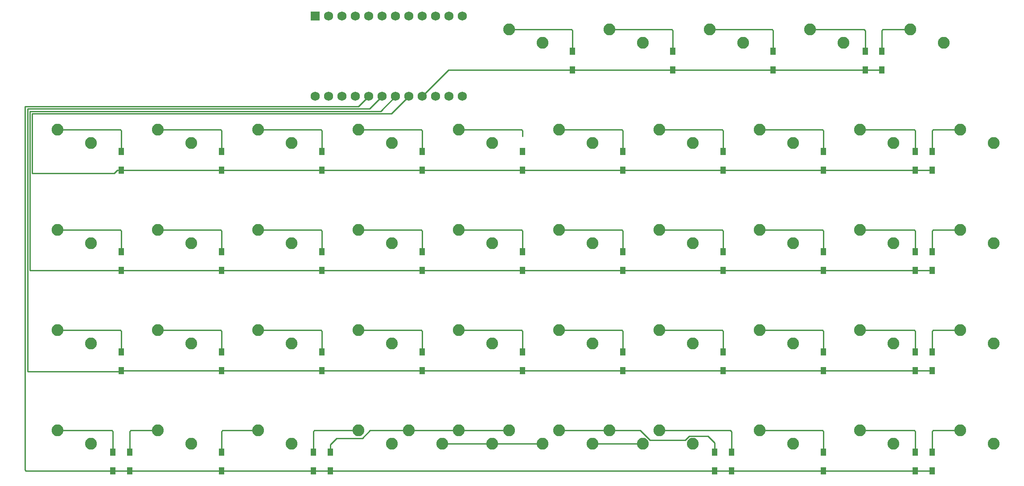
<source format=gtl>
G04 #@! TF.GenerationSoftware,KiCad,Pcbnew,(5.1.4)-1*
G04 #@! TF.CreationDate,2021-08-31T10:11:04-10:00*
G04 #@! TF.ProjectId,oya45,6f796134-352e-46b6-9963-61645f706362,rev?*
G04 #@! TF.SameCoordinates,Original*
G04 #@! TF.FileFunction,Copper,L1,Top*
G04 #@! TF.FilePolarity,Positive*
%FSLAX46Y46*%
G04 Gerber Fmt 4.6, Leading zero omitted, Abs format (unit mm)*
G04 Created by KiCad (PCBNEW (5.1.4)-1) date 2021-08-31 10:11:04*
%MOMM*%
%LPD*%
G04 APERTURE LIST*
%ADD10R,1.000000X1.400000*%
%ADD11C,2.250000*%
%ADD12R,1.752600X1.752600*%
%ADD13C,1.752600*%
%ADD14C,0.254000*%
G04 APERTURE END LIST*
D10*
X211137500Y-37118750D03*
X211137500Y-40668750D03*
X207962500Y-37118750D03*
X207962500Y-40668750D03*
X190500000Y-37118750D03*
X190500000Y-40668750D03*
X171450000Y-37118750D03*
X171450000Y-40668750D03*
X152400000Y-37118750D03*
X152400000Y-40668750D03*
X220662500Y-113318750D03*
X220662500Y-116868750D03*
X217487500Y-113318750D03*
X217487500Y-116868750D03*
X200025000Y-113318750D03*
X200025000Y-116868750D03*
X182562500Y-113318750D03*
X182562500Y-116868750D03*
X179387500Y-113318750D03*
X179387500Y-116868750D03*
X106362500Y-113318750D03*
X106362500Y-116868750D03*
X103187500Y-113318750D03*
X103187500Y-116868750D03*
X85725000Y-113318750D03*
X85725000Y-116868750D03*
X68262500Y-113318750D03*
X68262500Y-116868750D03*
X65087500Y-113318750D03*
X65087500Y-116868750D03*
X220662500Y-94268750D03*
X220662500Y-97818750D03*
X217487500Y-94268750D03*
X217487500Y-97818750D03*
X200025000Y-94268750D03*
X200025000Y-97818750D03*
X180975000Y-94268750D03*
X180975000Y-97818750D03*
X161925000Y-94268750D03*
X161925000Y-97818750D03*
X142875000Y-94268750D03*
X142875000Y-97818750D03*
X123825000Y-94268750D03*
X123825000Y-97818750D03*
X104775000Y-94268750D03*
X104775000Y-97818750D03*
X85725000Y-94268750D03*
X85725000Y-97818750D03*
X66675000Y-94268750D03*
X66675000Y-97818750D03*
X220662500Y-75218750D03*
X220662500Y-78768750D03*
X217487500Y-75218750D03*
X217487500Y-78768750D03*
X200025000Y-75218750D03*
X200025000Y-78768750D03*
X180975000Y-75218750D03*
X180975000Y-78768750D03*
X161925000Y-75218750D03*
X161925000Y-78768750D03*
X142875000Y-75218750D03*
X142875000Y-78768750D03*
X123825000Y-75218750D03*
X123825000Y-78768750D03*
X104775000Y-75218750D03*
X104775000Y-78768750D03*
X85725000Y-75218750D03*
X85725000Y-78768750D03*
X66675000Y-75218750D03*
X66675000Y-78768750D03*
X220662500Y-56168750D03*
X220662500Y-59718750D03*
X217487500Y-56168750D03*
X217487500Y-59718750D03*
X200025000Y-56168750D03*
X200025000Y-59718750D03*
X180975000Y-56168750D03*
X180975000Y-59718750D03*
X161925000Y-56168750D03*
X161925000Y-59718750D03*
X142875000Y-56168750D03*
X142875000Y-59718750D03*
X123825000Y-56168750D03*
X123825000Y-59718750D03*
X104775000Y-56168750D03*
X104775000Y-59718750D03*
X85725000Y-56168750D03*
X85725000Y-59718750D03*
X66675000Y-56168750D03*
X66675000Y-59718750D03*
D11*
X203835000Y-35560000D03*
X197485000Y-33020000D03*
X222885000Y-35560000D03*
X216535000Y-33020000D03*
D12*
X103505000Y-30480000D03*
D13*
X106045000Y-30480000D03*
X108585000Y-30480000D03*
X111125000Y-30480000D03*
X113665000Y-30480000D03*
X116205000Y-30480000D03*
X118745000Y-30480000D03*
X121285000Y-30480000D03*
X123825000Y-30480000D03*
X126365000Y-30480000D03*
X128905000Y-30480000D03*
X131445000Y-45720000D03*
X128905000Y-45720000D03*
X126365000Y-45720000D03*
X123825000Y-45720000D03*
X121285000Y-45720000D03*
X118745000Y-45720000D03*
X116205000Y-45720000D03*
X113665000Y-45720000D03*
X111125000Y-45720000D03*
X108585000Y-45720000D03*
X106045000Y-45720000D03*
X131445000Y-30480000D03*
X103505000Y-45720000D03*
D11*
X165735000Y-111760000D03*
X159385000Y-109220000D03*
X127635000Y-111760000D03*
X121285000Y-109220000D03*
X140335000Y-109220000D03*
X146685000Y-111760000D03*
X184785000Y-35560000D03*
X178435000Y-33020000D03*
X165735000Y-35560000D03*
X159385000Y-33020000D03*
X146685000Y-35560000D03*
X140335000Y-33020000D03*
X232410000Y-111760000D03*
X226060000Y-109220000D03*
X213360000Y-111760000D03*
X207010000Y-109220000D03*
X194310000Y-111760000D03*
X187960000Y-109220000D03*
X175260000Y-111760000D03*
X168910000Y-109220000D03*
X156210000Y-111760000D03*
X149860000Y-109220000D03*
X137160000Y-111760000D03*
X130810000Y-109220000D03*
X118110000Y-111760000D03*
X111760000Y-109220000D03*
X99060000Y-111760000D03*
X92710000Y-109220000D03*
X80010000Y-111760000D03*
X73660000Y-109220000D03*
X60960000Y-111760000D03*
X54610000Y-109220000D03*
X232410000Y-92710000D03*
X226060000Y-90170000D03*
X213360000Y-92710000D03*
X207010000Y-90170000D03*
X194310000Y-92710000D03*
X187960000Y-90170000D03*
X175260000Y-92710000D03*
X168910000Y-90170000D03*
X156210000Y-92710000D03*
X149860000Y-90170000D03*
X137160000Y-92710000D03*
X130810000Y-90170000D03*
X118110000Y-92710000D03*
X111760000Y-90170000D03*
X99060000Y-92710000D03*
X92710000Y-90170000D03*
X80010000Y-92710000D03*
X73660000Y-90170000D03*
X60960000Y-92710000D03*
X54610000Y-90170000D03*
X232410000Y-73660000D03*
X226060000Y-71120000D03*
X213360000Y-73660000D03*
X207010000Y-71120000D03*
X194310000Y-73660000D03*
X187960000Y-71120000D03*
X175260000Y-73660000D03*
X168910000Y-71120000D03*
X156210000Y-73660000D03*
X149860000Y-71120000D03*
X137160000Y-73660000D03*
X130810000Y-71120000D03*
X118110000Y-73660000D03*
X111760000Y-71120000D03*
X99060000Y-73660000D03*
X92710000Y-71120000D03*
X80010000Y-73660000D03*
X73660000Y-71120000D03*
X60960000Y-73660000D03*
X54610000Y-71120000D03*
X232410000Y-54610000D03*
X226060000Y-52070000D03*
X213360000Y-54610000D03*
X207010000Y-52070000D03*
X194310000Y-54610000D03*
X187960000Y-52070000D03*
X175260000Y-54610000D03*
X168910000Y-52070000D03*
X156210000Y-54610000D03*
X149860000Y-52070000D03*
X137160000Y-54610000D03*
X130810000Y-52070000D03*
X118110000Y-54610000D03*
X111760000Y-52070000D03*
X99060000Y-54610000D03*
X92710000Y-52070000D03*
X80010000Y-54610000D03*
X73660000Y-52070000D03*
X60960000Y-54610000D03*
X54610000Y-52070000D03*
D14*
X67429000Y-59718750D02*
X220662500Y-59718750D01*
X66675000Y-59718750D02*
X67429000Y-59718750D01*
X65921000Y-59718750D02*
X65314750Y-60325000D01*
X66675000Y-59718750D02*
X65921000Y-59718750D01*
X65314750Y-60325000D02*
X49780780Y-60325000D01*
X49780780Y-60325000D02*
X49780780Y-48987030D01*
X118017970Y-48987030D02*
X121285000Y-45720000D01*
X49780780Y-48987030D02*
X118017970Y-48987030D01*
X66675000Y-52260500D02*
X66675000Y-53340000D01*
X66484500Y-52070000D02*
X66675000Y-52260500D01*
X54610000Y-52070000D02*
X66484500Y-52070000D01*
X66675000Y-53340000D02*
X66675000Y-56168750D01*
X85725000Y-52260500D02*
X85725000Y-53340000D01*
X85534500Y-52070000D02*
X85725000Y-52260500D01*
X73660000Y-52070000D02*
X85534500Y-52070000D01*
X85725000Y-53340000D02*
X85725000Y-56168750D01*
X104775000Y-52260500D02*
X104775000Y-53340000D01*
X104584500Y-52070000D02*
X104775000Y-52260500D01*
X92710000Y-52070000D02*
X104584500Y-52070000D01*
X104775000Y-53340000D02*
X104775000Y-56168750D01*
X123825000Y-52260500D02*
X123825000Y-53340000D01*
X123634500Y-52070000D02*
X123825000Y-52260500D01*
X111760000Y-52070000D02*
X123634500Y-52070000D01*
X123825000Y-53340000D02*
X123825000Y-56168750D01*
X142875000Y-52260500D02*
X142875000Y-53340000D01*
X142684500Y-52070000D02*
X142875000Y-52260500D01*
X130810000Y-52070000D02*
X142684500Y-52070000D01*
X161925000Y-52260500D02*
X161925000Y-53340000D01*
X161734500Y-52070000D02*
X161925000Y-52260500D01*
X149860000Y-52070000D02*
X161734500Y-52070000D01*
X161925000Y-53340000D02*
X161925000Y-56168750D01*
X180975000Y-52260500D02*
X180975000Y-53340000D01*
X180784500Y-52070000D02*
X180975000Y-52260500D01*
X168910000Y-52070000D02*
X180784500Y-52070000D01*
X180975000Y-53340000D02*
X180975000Y-56168750D01*
X200025000Y-52260500D02*
X200025000Y-53340000D01*
X199834500Y-52070000D02*
X200025000Y-52260500D01*
X187960000Y-52070000D02*
X199834500Y-52070000D01*
X200025000Y-53340000D02*
X200025000Y-56168750D01*
X217297000Y-52070000D02*
X217487500Y-52260500D01*
X207010000Y-52070000D02*
X217297000Y-52070000D01*
X217487500Y-53181250D02*
X217487500Y-56168750D01*
X217487500Y-53181250D02*
X217487500Y-53340000D01*
X217487500Y-52260500D02*
X217487500Y-53181250D01*
X220853000Y-52070000D02*
X220662500Y-52260500D01*
X226060000Y-52070000D02*
X220853000Y-52070000D01*
X220662500Y-53181250D02*
X220662500Y-56168750D01*
X220662500Y-53181250D02*
X220662500Y-53340000D01*
X220662500Y-52260500D02*
X220662500Y-53181250D01*
X66675000Y-78768750D02*
X220662500Y-78768750D01*
X49326770Y-78768750D02*
X49326770Y-48533020D01*
X66675000Y-78768750D02*
X49326770Y-78768750D01*
X115931980Y-48533020D02*
X118745000Y-45720000D01*
X49326770Y-48533020D02*
X115931980Y-48533020D01*
X66675000Y-71310500D02*
X66675000Y-72390000D01*
X66484500Y-71120000D02*
X66675000Y-71310500D01*
X54610000Y-71120000D02*
X66484500Y-71120000D01*
X66675000Y-72390000D02*
X66675000Y-75218750D01*
X85725000Y-71310500D02*
X85725000Y-72390000D01*
X85534500Y-71120000D02*
X85725000Y-71310500D01*
X73660000Y-71120000D02*
X85534500Y-71120000D01*
X85725000Y-72390000D02*
X85725000Y-75218750D01*
X104775000Y-71310500D02*
X104775000Y-72390000D01*
X104584500Y-71120000D02*
X104775000Y-71310500D01*
X92710000Y-71120000D02*
X104584500Y-71120000D01*
X104775000Y-72390000D02*
X104775000Y-75218750D01*
X123825000Y-71310500D02*
X123825000Y-72390000D01*
X123634500Y-71120000D02*
X123825000Y-71310500D01*
X111760000Y-71120000D02*
X123634500Y-71120000D01*
X123825000Y-72390000D02*
X123825000Y-75218750D01*
X142875000Y-71310500D02*
X142875000Y-72390000D01*
X142684500Y-71120000D02*
X142875000Y-71310500D01*
X130810000Y-71120000D02*
X142684500Y-71120000D01*
X142875000Y-72390000D02*
X142875000Y-75218750D01*
X161925000Y-71310500D02*
X161925000Y-72390000D01*
X161734500Y-71120000D02*
X161925000Y-71310500D01*
X149860000Y-71120000D02*
X161734500Y-71120000D01*
X161925000Y-72390000D02*
X161925000Y-75218750D01*
X180975000Y-71310500D02*
X180975000Y-72390000D01*
X180784500Y-71120000D02*
X180975000Y-71310500D01*
X168910000Y-71120000D02*
X180784500Y-71120000D01*
X180975000Y-72390000D02*
X180975000Y-75218750D01*
X199834500Y-71120000D02*
X200025000Y-71310500D01*
X187960000Y-71120000D02*
X199834500Y-71120000D01*
X200025000Y-72231250D02*
X200025000Y-75218750D01*
X200025000Y-72231250D02*
X200025000Y-72390000D01*
X200025000Y-71310500D02*
X200025000Y-72231250D01*
X217297000Y-71120000D02*
X217487500Y-71310500D01*
X207010000Y-71120000D02*
X217297000Y-71120000D01*
X217487500Y-72231250D02*
X217487500Y-75218750D01*
X217487500Y-72231250D02*
X217487500Y-72390000D01*
X217487500Y-71310500D02*
X217487500Y-72231250D01*
X220662500Y-71310500D02*
X220662500Y-72390000D01*
X220853000Y-71120000D02*
X220662500Y-71310500D01*
X226060000Y-71120000D02*
X220853000Y-71120000D01*
X220662500Y-72390000D02*
X220662500Y-75218750D01*
X67429000Y-97818750D02*
X220662500Y-97818750D01*
X66675000Y-97818750D02*
X67429000Y-97818750D01*
X66522760Y-97970990D02*
X48872760Y-97970990D01*
X66675000Y-97818750D02*
X66522760Y-97970990D01*
X48872760Y-97970990D02*
X48872760Y-48079010D01*
X113845990Y-48079010D02*
X116205000Y-45720000D01*
X48872760Y-48079010D02*
X113845990Y-48079010D01*
X66675000Y-90360500D02*
X66675000Y-91440000D01*
X66484500Y-90170000D02*
X66675000Y-90360500D01*
X54610000Y-90170000D02*
X66484500Y-90170000D01*
X66675000Y-91440000D02*
X66675000Y-94268750D01*
X85725000Y-90360500D02*
X85725000Y-91440000D01*
X85534500Y-90170000D02*
X85725000Y-90360500D01*
X73660000Y-90170000D02*
X85534500Y-90170000D01*
X85725000Y-91440000D02*
X85725000Y-94268750D01*
X104775000Y-90360500D02*
X104775000Y-91440000D01*
X104584500Y-90170000D02*
X104775000Y-90360500D01*
X92710000Y-90170000D02*
X104584500Y-90170000D01*
X104775000Y-91440000D02*
X104775000Y-94268750D01*
X123825000Y-90360500D02*
X123825000Y-91440000D01*
X123634500Y-90170000D02*
X123825000Y-90360500D01*
X111760000Y-90170000D02*
X123634500Y-90170000D01*
X123825000Y-91440000D02*
X123825000Y-94268750D01*
X142875000Y-90360500D02*
X142875000Y-91440000D01*
X142684500Y-90170000D02*
X142875000Y-90360500D01*
X130810000Y-90170000D02*
X142684500Y-90170000D01*
X142875000Y-91440000D02*
X142875000Y-94268750D01*
X161734500Y-90170000D02*
X161925000Y-90360500D01*
X149860000Y-90170000D02*
X161734500Y-90170000D01*
X161925000Y-91281250D02*
X161925000Y-94268750D01*
X161925000Y-91281250D02*
X161925000Y-91440000D01*
X161925000Y-90360500D02*
X161925000Y-91281250D01*
X180975000Y-90360500D02*
X180975000Y-91440000D01*
X180784500Y-90170000D02*
X180975000Y-90360500D01*
X168910000Y-90170000D02*
X180784500Y-90170000D01*
X180975000Y-91440000D02*
X180975000Y-94268750D01*
X200025000Y-90360500D02*
X200025000Y-91440000D01*
X199834500Y-90170000D02*
X200025000Y-90360500D01*
X187960000Y-90170000D02*
X199834500Y-90170000D01*
X200025000Y-91440000D02*
X200025000Y-94268750D01*
X217487500Y-90360500D02*
X217487500Y-91440000D01*
X217297000Y-90170000D02*
X217487500Y-90360500D01*
X207010000Y-90170000D02*
X217297000Y-90170000D01*
X217487500Y-91440000D02*
X217487500Y-94268750D01*
X220662500Y-90360500D02*
X220662500Y-91440000D01*
X220853000Y-90170000D02*
X220662500Y-90360500D01*
X226060000Y-90170000D02*
X220853000Y-90170000D01*
X220662500Y-91440000D02*
X220662500Y-94268750D01*
X65841500Y-116868750D02*
X220662500Y-116868750D01*
X65087500Y-116868750D02*
X65841500Y-116868750D01*
X111760000Y-47625000D02*
X113665000Y-45720000D01*
X48418750Y-47625000D02*
X111760000Y-47625000D01*
X48418750Y-116681250D02*
X48418750Y-47625000D01*
X48606250Y-116868750D02*
X48418750Y-116681250D01*
X65087500Y-116868750D02*
X48606250Y-116868750D01*
X65087500Y-109410500D02*
X65087500Y-110490000D01*
X64897000Y-109220000D02*
X65087500Y-109410500D01*
X54610000Y-109220000D02*
X64897000Y-109220000D01*
X65087500Y-110490000D02*
X65087500Y-113318750D01*
X68262500Y-109410500D02*
X68262500Y-110490000D01*
X68453000Y-109220000D02*
X68262500Y-109410500D01*
X73660000Y-109220000D02*
X68453000Y-109220000D01*
X68262500Y-110490000D02*
X68262500Y-113318750D01*
X85725000Y-109410500D02*
X85725000Y-110490000D01*
X85915500Y-109220000D02*
X85725000Y-109410500D01*
X92710000Y-109220000D02*
X85915500Y-109220000D01*
X85725000Y-110490000D02*
X85725000Y-113318750D01*
X103187500Y-109410500D02*
X103187500Y-110490000D01*
X103378000Y-109220000D02*
X103187500Y-109410500D01*
X111760000Y-109220000D02*
X103378000Y-109220000D01*
X103187500Y-110490000D02*
X103187500Y-113318750D01*
X140335000Y-109220000D02*
X121285000Y-109220000D01*
X112456961Y-110672001D02*
X107624001Y-110672001D01*
X113908962Y-109220000D02*
X112456961Y-110672001D01*
X121285000Y-109220000D02*
X113908962Y-109220000D01*
X106362500Y-111933502D02*
X106362500Y-113318750D01*
X107624001Y-110672001D02*
X106362500Y-111933502D01*
X151450990Y-109220000D02*
X159385000Y-109220000D01*
X149860000Y-109220000D02*
X151450990Y-109220000D01*
X173807999Y-111063039D02*
X174563039Y-110307999D01*
X174563039Y-110307999D02*
X178125999Y-110307999D01*
X167125040Y-111063039D02*
X173807999Y-111063039D01*
X165282001Y-109220000D02*
X167125040Y-111063039D01*
X159385000Y-109220000D02*
X165282001Y-109220000D01*
X179387500Y-111569500D02*
X179387500Y-113318750D01*
X178125999Y-110307999D02*
X179387500Y-111569500D01*
X182562500Y-109410500D02*
X182562500Y-110490000D01*
X182372000Y-109220000D02*
X182562500Y-109410500D01*
X168910000Y-109220000D02*
X182372000Y-109220000D01*
X182562500Y-110490000D02*
X182562500Y-113318750D01*
X200025000Y-109410500D02*
X200025000Y-110490000D01*
X199834500Y-109220000D02*
X200025000Y-109410500D01*
X187960000Y-109220000D02*
X199834500Y-109220000D01*
X200025000Y-110490000D02*
X200025000Y-113318750D01*
X217487500Y-109410500D02*
X217487500Y-110490000D01*
X217297000Y-109220000D02*
X217487500Y-109410500D01*
X207010000Y-109220000D02*
X217297000Y-109220000D01*
X217487500Y-110490000D02*
X217487500Y-113318750D01*
X220662500Y-109410500D02*
X220662500Y-110490000D01*
X220853000Y-109220000D02*
X220662500Y-109410500D01*
X226060000Y-109220000D02*
X220853000Y-109220000D01*
X220662500Y-110490000D02*
X220662500Y-113318750D01*
X153154000Y-40668750D02*
X211137500Y-40668750D01*
X152400000Y-40668750D02*
X153154000Y-40668750D01*
X128876250Y-40668750D02*
X123825000Y-45720000D01*
X152400000Y-40668750D02*
X128876250Y-40668750D01*
X152400000Y-33210500D02*
X152400000Y-34290000D01*
X152209500Y-33020000D02*
X152400000Y-33210500D01*
X140335000Y-33020000D02*
X152209500Y-33020000D01*
X152400000Y-34290000D02*
X152400000Y-37118750D01*
X171450000Y-33210500D02*
X171450000Y-34290000D01*
X171259500Y-33020000D02*
X171450000Y-33210500D01*
X159385000Y-33020000D02*
X171259500Y-33020000D01*
X171450000Y-34290000D02*
X171450000Y-37118750D01*
X190500000Y-33210500D02*
X190500000Y-34290000D01*
X190309500Y-33020000D02*
X190500000Y-33210500D01*
X178435000Y-33020000D02*
X190309500Y-33020000D01*
X190500000Y-34290000D02*
X190500000Y-37118750D01*
X207962500Y-33210500D02*
X207962500Y-34290000D01*
X207772000Y-33020000D02*
X207962500Y-33210500D01*
X197485000Y-33020000D02*
X207772000Y-33020000D01*
X207962500Y-34290000D02*
X207962500Y-37118750D01*
X211137500Y-33210500D02*
X211137500Y-34290000D01*
X211328000Y-33020000D02*
X211137500Y-33210500D01*
X216535000Y-33020000D02*
X211328000Y-33020000D01*
X211137500Y-34290000D02*
X211137500Y-37118750D01*
X138750990Y-111760000D02*
X146685000Y-111760000D01*
X137160000Y-111760000D02*
X138750990Y-111760000D01*
X137160000Y-111760000D02*
X127635000Y-111760000D01*
X157800990Y-111760000D02*
X165735000Y-111760000D01*
X156210000Y-111760000D02*
X157800990Y-111760000D01*
M02*

</source>
